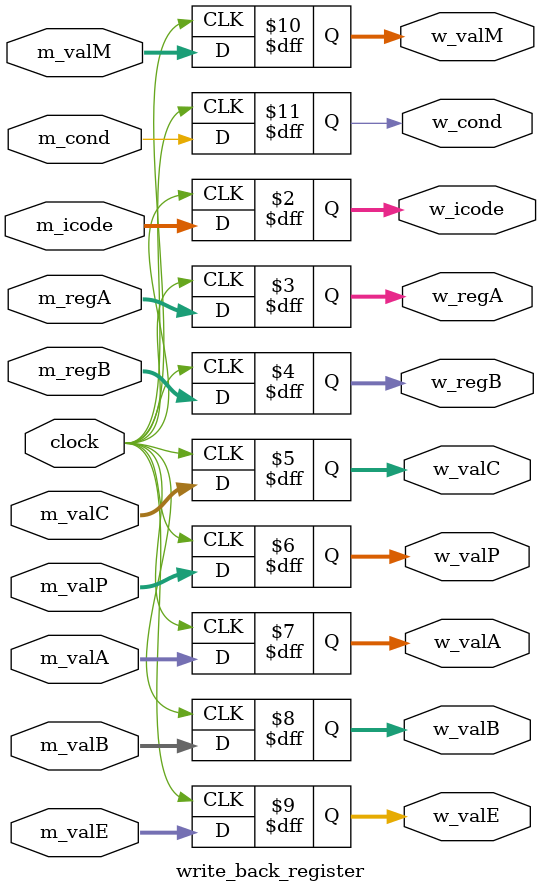
<source format=v>
`timescale 1ns / 1ps

module write_back_register(clock,m_icode,m_regA,m_regB,m_valC,m_valP,m_valA,m_valB,m_cond,m_valE,m_valM,w_icode,w_regA,w_regB,w_valC,w_valP,w_valA,w_valB,w_cond,w_valE,w_valM);  
input clock;

input [3:0] m_icode,m_regA,m_regB;
input [63:0] m_valC,m_valP,m_valA,m_valB,m_valE,m_valM;
input m_cond;

output reg [3:0] w_icode,w_regA,w_regB;
output reg [63:0] w_valC,w_valP,w_valA,w_valB,w_valE,w_valM;
output reg w_cond;

always@(posedge clock)
begin
  w_icode <= m_icode;
  w_regA <= m_regA;
  w_regB <= m_regB;
  w_valC <= m_valC;
  w_valP <= m_valP;
  w_valA <= m_valA;
  w_valB <= m_valB;
  w_cond <= m_cond;
  w_valE <= m_valE;
  w_valM <= m_valM;
end
endmodule
</source>
